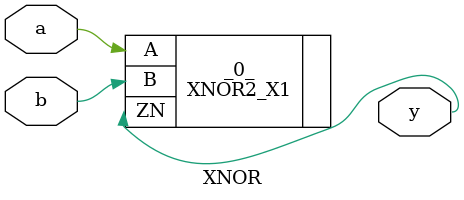
<source format=sv>
/* Generated by Yosys 0.55 (git sha1 60f126cd00c94892782470192d6c9f7abebe7c05, clang++ 16.0.0 -fPIC -O3) */

(* top =  1  *)
(* src = "xnor.sv:2.1-6.10" *)
module XNOR(a, b, y);
  (* src = "xnor.sv:2.25-2.26" *)
  input a;
  wire a;
  (* src = "xnor.sv:2.40-2.41" *)
  input b;
  wire b;
  (* src = "xnor.sv:2.56-2.57" *)
  output y;
  wire y;
  XNOR2_X1 _0_ (
    .A(a),
    .B(b),
    .ZN(y)
  );
endmodule

</source>
